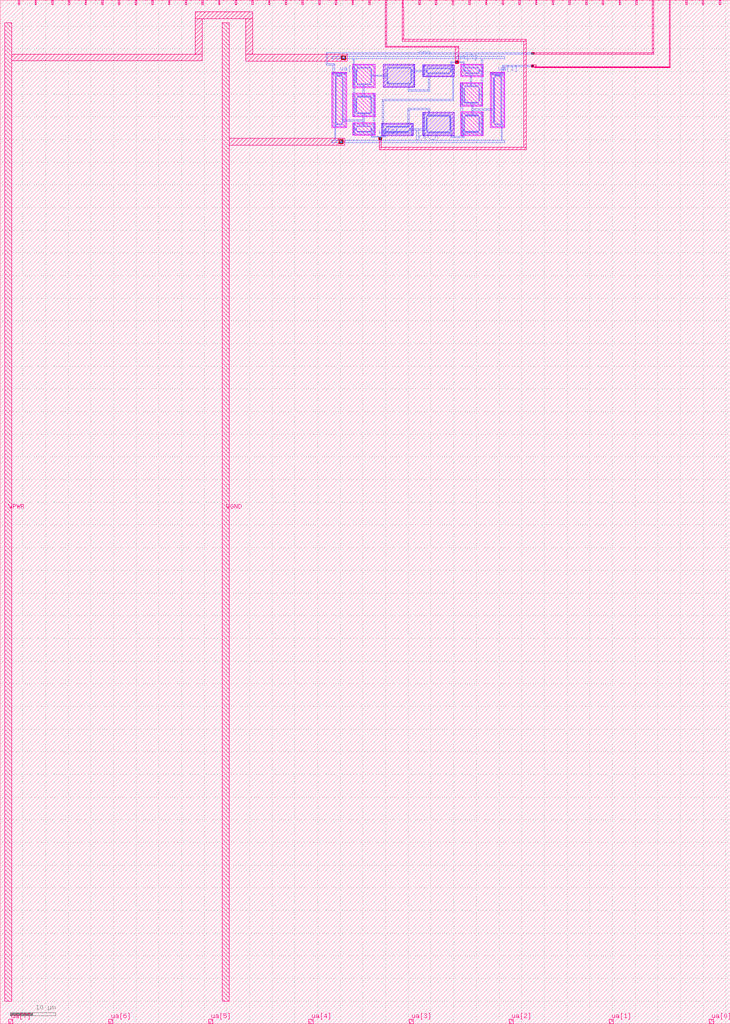
<source format=lef>
VERSION 5.7 ;
  NOWIREEXTENSIONATPIN ON ;
  DIVIDERCHAR "/" ;
  BUSBITCHARS "[]" ;
MACRO comp
  CLASS BLOCK ;
  FOREIGN comp ;
  ORIGIN 0.000 0.000 ;
  SIZE 161.000 BY 225.760 ;
  PIN clk
    DIRECTION INPUT ;
    USE SIGNAL ;
    PORT
      LAYER met4 ;
        RECT 154.870 224.760 155.170 225.760 ;
    END
  END clk
  PIN ena
    DIRECTION INPUT ;
    USE SIGNAL ;
    PORT
      LAYER met4 ;
        RECT 158.550 224.760 158.850 225.760 ;
    END
    PORT
      LAYER met1 ;
        RECT 73.160 212.800 111.310 213.330 ;
    END
  END ena
  PIN rst_n
    DIRECTION INPUT ;
    USE SIGNAL ;
    PORT
      LAYER met4 ;
        RECT 151.190 224.760 151.490 225.760 ;
    END
    PORT
      LAYER met1 ;
        RECT 73.160 194.300 111.310 194.830 ;
    END
  END rst_n
  PIN ua[0]
    DIRECTION INOUT ;
    USE SIGNAL ;
    PORT
      LAYER met4 ;
        RECT 156.410 0.000 157.310 1.000 ;
    END
    PORT
      LAYER met1 ;
        RECT 73.240 209.370 76.290 209.740 ;
    END
  END ua[0]
  PIN ua[1]
    DIRECTION INOUT ;
    USE SIGNAL ;
    PORT
      LAYER met4 ;
        RECT 134.330 0.000 135.230 1.000 ;
    END
    PORT
      LAYER met1 ;
        RECT 108.160 209.350 111.210 209.710 ;
    END
  END ua[1]
  PIN ua[2]
    DIRECTION INOUT ;
    USE SIGNAL ;
    PORT
      LAYER met4 ;
        RECT 112.250 0.000 113.150 1.000 ;
    END
    PORT
      LAYER met1 ;
        RECT 81.810 195.480 85.000 195.740 ;
    END
  END ua[2]
  PIN ua[3]
    DIRECTION INOUT ;
    USE SIGNAL ;
    PORT
      LAYER met4 ;
        RECT 90.170 0.000 91.070 1.000 ;
    END
    PORT
      LAYER met1 ;
        RECT 99.310 211.980 102.370 212.170 ;
    END
  END ua[3]
  PIN ua[4]
    DIRECTION INOUT ;
    USE SIGNAL ;
    PORT
      LAYER met4 ;
        RECT 68.090 0.000 68.990 1.000 ;
    END
  END ua[4]
  PIN ua[5]
    DIRECTION INOUT ;
    USE SIGNAL ;
    PORT
      LAYER met4 ;
        RECT 46.010 0.000 46.910 1.000 ;
    END
  END ua[5]
  PIN ua[6]
    DIRECTION INOUT ;
    USE SIGNAL ;
    PORT
      LAYER met4 ;
        RECT 23.930 0.000 24.830 1.000 ;
    END
  END ua[6]
  PIN ua[7]
    DIRECTION INOUT ;
    USE SIGNAL ;
    PORT
      LAYER met4 ;
        RECT 1.850 0.000 2.750 1.000 ;
    END
  END ua[7]
  PIN ui_in[0]
    DIRECTION INPUT ;
    USE SIGNAL ;
    PORT
      LAYER met4 ;
        RECT 147.510 224.760 147.810 225.760 ;
    END
  END ui_in[0]
  PIN ui_in[1]
    DIRECTION INPUT ;
    USE SIGNAL ;
    PORT
      LAYER met4 ;
        RECT 143.830 224.760 144.130 225.760 ;
    END
  END ui_in[1]
  PIN ui_in[2]
    DIRECTION INPUT ;
    USE SIGNAL ;
    PORT
      LAYER met4 ;
        RECT 140.150 224.760 140.450 225.760 ;
    END
  END ui_in[2]
  PIN ui_in[3]
    DIRECTION INPUT ;
    USE SIGNAL ;
    PORT
      LAYER met4 ;
        RECT 136.470 224.760 136.770 225.760 ;
    END
  END ui_in[3]
  PIN ui_in[4]
    DIRECTION INPUT ;
    USE SIGNAL ;
    PORT
      LAYER met4 ;
        RECT 132.790 224.760 133.090 225.760 ;
    END
  END ui_in[4]
  PIN ui_in[5]
    DIRECTION INPUT ;
    USE SIGNAL ;
    PORT
      LAYER met4 ;
        RECT 129.110 224.760 129.410 225.760 ;
    END
  END ui_in[5]
  PIN ui_in[6]
    DIRECTION INPUT ;
    USE SIGNAL ;
    PORT
      LAYER met4 ;
        RECT 125.430 224.760 125.730 225.760 ;
    END
  END ui_in[6]
  PIN ui_in[7]
    DIRECTION INPUT ;
    USE SIGNAL ;
    PORT
      LAYER met4 ;
        RECT 121.750 224.760 122.050 225.760 ;
    END
  END ui_in[7]
  PIN uio_in[0]
    DIRECTION INPUT ;
    USE SIGNAL ;
    PORT
      LAYER met4 ;
        RECT 118.070 224.760 118.370 225.760 ;
    END
  END uio_in[0]
  PIN uio_in[1]
    DIRECTION INPUT ;
    USE SIGNAL ;
    PORT
      LAYER met4 ;
        RECT 114.390 224.760 114.690 225.760 ;
    END
  END uio_in[1]
  PIN uio_in[2]
    DIRECTION INPUT ;
    USE SIGNAL ;
    PORT
      LAYER met4 ;
        RECT 110.710 224.760 111.010 225.760 ;
    END
  END uio_in[2]
  PIN uio_in[3]
    DIRECTION INPUT ;
    USE SIGNAL ;
    PORT
      LAYER met4 ;
        RECT 107.030 224.760 107.330 225.760 ;
    END
  END uio_in[3]
  PIN uio_in[4]
    DIRECTION INPUT ;
    USE SIGNAL ;
    PORT
      LAYER met4 ;
        RECT 103.350 224.760 103.650 225.760 ;
    END
  END uio_in[4]
  PIN uio_in[5]
    DIRECTION INPUT ;
    USE SIGNAL ;
    PORT
      LAYER met4 ;
        RECT 99.670 224.760 99.970 225.760 ;
    END
  END uio_in[5]
  PIN uio_in[6]
    DIRECTION INPUT ;
    USE SIGNAL ;
    PORT
      LAYER met4 ;
        RECT 95.990 224.760 96.290 225.760 ;
    END
  END uio_in[6]
  PIN uio_in[7]
    DIRECTION INPUT ;
    USE SIGNAL ;
    PORT
      LAYER met4 ;
        RECT 92.310 224.760 92.610 225.760 ;
    END
  END uio_in[7]
  PIN uio_oe[0]
    DIRECTION OUTPUT TRISTATE ;
    USE SIGNAL ;
    PORT
      LAYER met4 ;
        RECT 29.750 224.760 30.050 225.760 ;
    END
  END uio_oe[0]
  PIN uio_oe[1]
    DIRECTION OUTPUT TRISTATE ;
    USE SIGNAL ;
    PORT
      LAYER met4 ;
        RECT 26.070 224.760 26.370 225.760 ;
    END
  END uio_oe[1]
  PIN uio_oe[2]
    DIRECTION OUTPUT TRISTATE ;
    USE SIGNAL ;
    PORT
      LAYER met4 ;
        RECT 22.390 224.760 22.690 225.760 ;
    END
  END uio_oe[2]
  PIN uio_oe[3]
    DIRECTION OUTPUT TRISTATE ;
    USE SIGNAL ;
    PORT
      LAYER met4 ;
        RECT 18.710 224.760 19.010 225.760 ;
    END
  END uio_oe[3]
  PIN uio_oe[4]
    DIRECTION OUTPUT TRISTATE ;
    USE SIGNAL ;
    PORT
      LAYER met4 ;
        RECT 15.030 224.760 15.330 225.760 ;
    END
  END uio_oe[4]
  PIN uio_oe[5]
    DIRECTION OUTPUT TRISTATE ;
    USE SIGNAL ;
    PORT
      LAYER met4 ;
        RECT 11.350 224.760 11.650 225.760 ;
    END
  END uio_oe[5]
  PIN uio_oe[6]
    DIRECTION OUTPUT TRISTATE ;
    USE SIGNAL ;
    PORT
      LAYER met4 ;
        RECT 7.670 224.760 7.970 225.760 ;
    END
  END uio_oe[6]
  PIN uio_oe[7]
    DIRECTION OUTPUT TRISTATE ;
    USE SIGNAL ;
    PORT
      LAYER met4 ;
        RECT 3.990 224.760 4.290 225.760 ;
    END
  END uio_oe[7]
  PIN uio_out[0]
    DIRECTION OUTPUT TRISTATE ;
    USE SIGNAL ;
    PORT
      LAYER met4 ;
        RECT 59.190 224.760 59.490 225.760 ;
    END
  END uio_out[0]
  PIN uio_out[1]
    DIRECTION OUTPUT TRISTATE ;
    USE SIGNAL ;
    PORT
      LAYER met4 ;
        RECT 55.510 224.760 55.810 225.760 ;
    END
  END uio_out[1]
  PIN uio_out[2]
    DIRECTION OUTPUT TRISTATE ;
    USE SIGNAL ;
    PORT
      LAYER met4 ;
        RECT 51.830 224.760 52.130 225.760 ;
    END
  END uio_out[2]
  PIN uio_out[3]
    DIRECTION OUTPUT TRISTATE ;
    USE SIGNAL ;
    PORT
      LAYER met4 ;
        RECT 48.150 224.760 48.450 225.760 ;
    END
  END uio_out[3]
  PIN uio_out[4]
    DIRECTION OUTPUT TRISTATE ;
    USE SIGNAL ;
    PORT
      LAYER met4 ;
        RECT 44.470 224.760 44.770 225.760 ;
    END
  END uio_out[4]
  PIN uio_out[5]
    DIRECTION OUTPUT TRISTATE ;
    USE SIGNAL ;
    PORT
      LAYER met4 ;
        RECT 40.790 224.760 41.090 225.760 ;
    END
  END uio_out[5]
  PIN uio_out[6]
    DIRECTION OUTPUT TRISTATE ;
    USE SIGNAL ;
    PORT
      LAYER met4 ;
        RECT 37.110 224.760 37.410 225.760 ;
    END
  END uio_out[6]
  PIN uio_out[7]
    DIRECTION OUTPUT TRISTATE ;
    USE SIGNAL ;
    PORT
      LAYER met4 ;
        RECT 33.430 224.760 33.730 225.760 ;
    END
  END uio_out[7]
  PIN uo_out[0]
    DIRECTION OUTPUT TRISTATE ;
    USE SIGNAL ;
    PORT
      LAYER met4 ;
        RECT 88.630 224.760 88.930 225.760 ;
    END
  END uo_out[0]
  PIN uo_out[1]
    DIRECTION OUTPUT TRISTATE ;
    USE SIGNAL ;
    PORT
      LAYER met4 ;
        RECT 84.950 224.760 85.250 225.760 ;
    END
  END uo_out[1]
  PIN uo_out[2]
    DIRECTION OUTPUT TRISTATE ;
    USE SIGNAL ;
    PORT
      LAYER met4 ;
        RECT 81.270 224.760 81.570 225.760 ;
    END
  END uo_out[2]
  PIN uo_out[3]
    DIRECTION OUTPUT TRISTATE ;
    USE SIGNAL ;
    PORT
      LAYER met4 ;
        RECT 77.590 224.760 77.890 225.760 ;
    END
  END uo_out[3]
  PIN uo_out[4]
    DIRECTION OUTPUT TRISTATE ;
    USE SIGNAL ;
    PORT
      LAYER met4 ;
        RECT 73.910 224.760 74.210 225.760 ;
    END
  END uo_out[4]
  PIN uo_out[5]
    DIRECTION OUTPUT TRISTATE ;
    USE SIGNAL ;
    PORT
      LAYER met4 ;
        RECT 70.230 224.760 70.530 225.760 ;
    END
  END uo_out[5]
  PIN uo_out[6]
    DIRECTION OUTPUT TRISTATE ;
    USE SIGNAL ;
    PORT
      LAYER met4 ;
        RECT 66.550 224.760 66.850 225.760 ;
    END
  END uo_out[6]
  PIN uo_out[7]
    DIRECTION OUTPUT TRISTATE ;
    USE SIGNAL ;
    PORT
      LAYER met4 ;
        RECT 62.870 224.760 63.170 225.760 ;
    END
  END uo_out[7]
  PIN VPWR
    DIRECTION INOUT ;
    USE POWER ;
    PORT
      LAYER met4 ;
        RECT 1.000 5.000 2.500 220.760 ;
    END
  END VPWR
  PIN VGND
    DIRECTION INOUT ;
    USE GROUND ;
    PORT
      LAYER met4 ;
        RECT 49.000 5.000 50.500 220.760 ;
    END
  END VGND
  OBS
      LAYER nwell ;
        RECT 73.120 197.630 76.380 209.820 ;
        RECT 77.710 206.450 82.670 211.640 ;
      LAYER pwell ;
        RECT 84.510 206.520 91.470 211.620 ;
        RECT 93.200 208.830 100.160 211.500 ;
      LAYER nwell ;
        RECT 101.520 208.850 106.480 211.640 ;
        RECT 77.715 199.985 82.675 205.175 ;
        RECT 101.500 202.370 106.460 207.560 ;
        RECT 77.700 195.910 82.660 198.700 ;
      LAYER pwell ;
        RECT 84.160 195.900 91.120 198.570 ;
        RECT 93.180 195.890 100.140 200.990 ;
      LAYER nwell ;
        RECT 101.510 195.900 106.470 201.090 ;
        RECT 108.060 197.630 111.320 209.820 ;
      LAYER li1 ;
        RECT 77.890 211.290 82.490 211.460 ;
        RECT 77.890 210.980 78.060 211.290 ;
        RECT 73.780 209.640 75.720 209.660 ;
        RECT 73.300 209.470 76.200 209.640 ;
        RECT 73.300 197.980 73.470 209.470 ;
        RECT 73.780 209.440 75.720 209.470 ;
        RECT 74.100 208.960 75.400 209.130 ;
        RECT 73.870 198.705 74.040 208.745 ;
        RECT 75.460 198.705 75.630 208.745 ;
        RECT 74.100 198.320 75.400 198.490 ;
        RECT 76.030 197.980 76.200 209.470 ;
        RECT 77.860 207.110 78.080 210.980 ;
        RECT 78.690 210.780 81.690 210.950 ;
        RECT 78.460 207.525 78.630 210.565 ;
        RECT 81.750 207.525 81.920 210.565 ;
        RECT 78.690 207.140 81.690 207.310 ;
        RECT 77.890 206.800 78.060 207.110 ;
        RECT 82.320 206.800 82.490 211.290 ;
        RECT 77.890 206.630 82.490 206.800 ;
        RECT 84.690 211.270 91.290 211.440 ;
        RECT 84.690 206.870 84.860 211.270 ;
        RECT 91.120 210.960 91.290 211.270 ;
        RECT 93.380 211.150 99.980 211.320 ;
        RECT 85.490 210.760 90.490 210.930 ;
        RECT 85.260 207.550 85.430 210.590 ;
        RECT 90.550 207.550 90.720 210.590 ;
        RECT 85.490 207.210 90.490 207.380 ;
        RECT 91.090 207.180 91.320 210.960 ;
        RECT 93.380 210.840 93.550 211.150 ;
        RECT 99.810 210.840 99.980 211.150 ;
        RECT 101.700 211.290 106.300 211.460 ;
        RECT 93.350 209.490 93.570 210.840 ;
        RECT 94.180 210.640 99.180 210.810 ;
        RECT 93.950 209.860 94.120 210.470 ;
        RECT 99.240 209.860 99.410 210.470 ;
        RECT 94.180 209.520 99.180 209.690 ;
        RECT 99.780 209.490 100.020 210.840 ;
        RECT 93.380 209.180 93.550 209.490 ;
        RECT 99.810 209.180 99.980 209.490 ;
        RECT 93.380 209.010 99.980 209.180 ;
        RECT 101.700 209.200 101.870 211.290 ;
        RECT 106.130 210.980 106.300 211.290 ;
        RECT 102.500 210.780 105.500 210.950 ;
        RECT 102.270 209.925 102.440 210.565 ;
        RECT 105.560 209.925 105.730 210.565 ;
        RECT 102.500 209.540 105.500 209.710 ;
        RECT 106.100 209.510 106.330 210.980 ;
        RECT 108.720 209.640 110.660 209.660 ;
        RECT 106.130 209.200 106.300 209.510 ;
        RECT 101.700 209.030 106.300 209.200 ;
        RECT 108.240 209.470 111.140 209.640 ;
        RECT 101.680 207.210 106.280 207.380 ;
        RECT 91.120 206.870 91.290 207.180 ;
        RECT 101.680 206.900 101.850 207.210 ;
        RECT 106.110 206.900 106.280 207.210 ;
        RECT 84.690 206.700 91.290 206.870 ;
        RECT 77.895 204.825 82.495 204.995 ;
        RECT 77.895 204.520 78.065 204.825 ;
        RECT 82.325 204.520 82.495 204.825 ;
        RECT 77.870 200.640 78.090 204.520 ;
        RECT 78.695 204.315 81.695 204.485 ;
        RECT 78.465 201.060 78.635 204.100 ;
        RECT 81.755 201.060 81.925 204.100 ;
        RECT 78.695 200.675 81.695 200.845 ;
        RECT 82.310 200.640 82.520 204.520 ;
        RECT 101.650 203.030 101.880 206.900 ;
        RECT 102.480 206.700 105.480 206.870 ;
        RECT 102.250 203.445 102.420 206.485 ;
        RECT 105.540 203.445 105.710 206.485 ;
        RECT 102.480 203.060 105.480 203.230 ;
        RECT 106.080 203.030 106.310 206.900 ;
        RECT 101.680 202.720 101.850 203.030 ;
        RECT 106.110 202.720 106.280 203.030 ;
        RECT 101.680 202.550 106.280 202.720 ;
        RECT 93.360 200.640 99.960 200.810 ;
        RECT 77.895 200.335 78.065 200.640 ;
        RECT 82.325 200.335 82.495 200.640 ;
        RECT 77.895 200.165 82.495 200.335 ;
        RECT 93.360 200.330 93.530 200.640 ;
        RECT 77.880 198.350 82.480 198.520 ;
        RECT 77.880 198.040 78.050 198.350 ;
        RECT 82.310 198.040 82.480 198.350 ;
        RECT 84.340 198.220 90.940 198.390 ;
        RECT 73.300 197.810 76.200 197.980 ;
        RECT 77.860 196.570 78.080 198.040 ;
        RECT 78.680 197.840 81.680 198.010 ;
        RECT 78.450 196.985 78.620 197.625 ;
        RECT 81.740 196.985 81.910 197.625 ;
        RECT 78.680 196.600 81.680 196.770 ;
        RECT 82.290 196.570 82.510 198.040 ;
        RECT 84.340 197.910 84.510 198.220 ;
        RECT 90.770 197.910 90.940 198.220 ;
        RECT 77.880 196.260 78.050 196.570 ;
        RECT 82.310 196.260 82.480 196.570 ;
        RECT 84.290 196.560 84.550 197.910 ;
        RECT 85.140 197.710 90.140 197.880 ;
        RECT 84.910 196.930 85.080 197.540 ;
        RECT 90.200 196.930 90.370 197.540 ;
        RECT 85.140 196.590 90.140 196.760 ;
        RECT 90.740 196.560 90.980 197.910 ;
        RECT 77.880 196.090 82.480 196.260 ;
        RECT 84.340 196.250 84.510 196.560 ;
        RECT 90.770 196.250 90.940 196.560 ;
        RECT 93.340 196.550 93.560 200.330 ;
        RECT 94.160 200.130 99.160 200.300 ;
        RECT 93.930 196.920 94.100 199.960 ;
        RECT 99.220 196.920 99.390 199.960 ;
        RECT 94.160 196.580 99.160 196.750 ;
        RECT 84.340 196.080 90.940 196.250 ;
        RECT 93.360 196.240 93.530 196.550 ;
        RECT 99.790 196.240 99.960 200.640 ;
        RECT 101.690 200.740 106.290 200.910 ;
        RECT 101.690 200.430 101.860 200.740 ;
        RECT 106.120 200.430 106.290 200.740 ;
        RECT 101.660 196.560 101.890 200.430 ;
        RECT 102.490 200.230 105.490 200.400 ;
        RECT 102.260 196.975 102.430 200.015 ;
        RECT 105.550 196.975 105.720 200.015 ;
        RECT 102.490 196.590 105.490 196.760 ;
        RECT 106.100 196.560 106.310 200.430 ;
        RECT 108.240 197.980 108.410 209.470 ;
        RECT 108.720 209.450 110.660 209.470 ;
        RECT 109.040 208.960 110.340 209.130 ;
        RECT 108.810 198.705 108.980 208.745 ;
        RECT 110.400 198.705 110.570 208.745 ;
        RECT 109.040 198.320 110.340 198.490 ;
        RECT 110.970 197.980 111.140 209.470 ;
        RECT 108.240 197.810 111.140 197.980 ;
        RECT 93.360 196.070 99.960 196.240 ;
        RECT 101.690 196.250 101.860 196.560 ;
        RECT 106.120 196.250 106.290 196.560 ;
        RECT 101.690 196.080 106.290 196.250 ;
      LAYER mcon ;
        RECT 74.180 208.960 75.320 209.130 ;
        RECT 73.870 198.785 74.040 208.665 ;
        RECT 75.460 198.785 75.630 208.665 ;
        RECT 74.180 198.320 75.320 198.490 ;
        RECT 77.860 207.110 78.080 210.980 ;
        RECT 78.770 210.780 81.610 210.950 ;
        RECT 78.460 207.605 78.630 210.485 ;
        RECT 81.750 207.605 81.920 210.485 ;
        RECT 78.770 207.140 81.610 207.310 ;
        RECT 85.570 210.760 90.410 210.930 ;
        RECT 85.260 207.630 85.430 210.510 ;
        RECT 90.550 207.630 90.720 210.510 ;
        RECT 85.570 207.210 90.410 207.380 ;
        RECT 91.090 207.180 91.320 210.960 ;
        RECT 93.350 209.490 93.570 210.840 ;
        RECT 94.260 210.640 99.100 210.810 ;
        RECT 93.950 209.940 94.120 210.390 ;
        RECT 99.240 209.940 99.410 210.390 ;
        RECT 94.260 209.520 99.100 209.690 ;
        RECT 99.780 209.490 100.020 210.840 ;
        RECT 102.580 210.780 105.420 210.950 ;
        RECT 102.270 210.005 102.440 210.485 ;
        RECT 105.560 210.005 105.730 210.485 ;
        RECT 102.580 209.540 105.420 209.710 ;
        RECT 106.100 209.510 106.330 210.980 ;
        RECT 78.775 204.315 81.615 204.485 ;
        RECT 78.465 201.140 78.635 204.020 ;
        RECT 81.755 201.140 81.925 204.020 ;
        RECT 78.775 200.675 81.615 200.845 ;
        RECT 101.650 203.030 101.880 206.900 ;
        RECT 102.560 206.700 105.400 206.870 ;
        RECT 102.250 203.525 102.420 206.405 ;
        RECT 105.540 203.525 105.710 206.405 ;
        RECT 102.560 203.060 105.400 203.230 ;
        RECT 106.080 203.030 106.310 206.900 ;
        RECT 77.860 196.570 78.080 198.040 ;
        RECT 78.760 197.840 81.600 198.010 ;
        RECT 78.450 197.065 78.620 197.545 ;
        RECT 81.740 197.065 81.910 197.545 ;
        RECT 78.760 196.600 81.600 196.770 ;
        RECT 82.290 196.570 82.510 198.040 ;
        RECT 84.290 196.560 84.550 197.910 ;
        RECT 85.220 197.710 90.060 197.880 ;
        RECT 84.910 197.010 85.080 197.460 ;
        RECT 90.200 197.010 90.370 197.460 ;
        RECT 85.220 196.590 90.060 196.760 ;
        RECT 90.740 196.560 90.980 197.910 ;
        RECT 93.340 196.550 93.560 200.330 ;
        RECT 94.240 200.130 99.080 200.300 ;
        RECT 93.930 197.000 94.100 199.880 ;
        RECT 99.220 197.000 99.390 199.880 ;
        RECT 94.240 196.580 99.080 196.750 ;
        RECT 101.660 196.560 101.890 200.430 ;
        RECT 102.570 200.230 105.410 200.400 ;
        RECT 102.260 197.055 102.430 199.935 ;
        RECT 105.550 197.055 105.720 199.935 ;
        RECT 102.570 196.590 105.410 196.760 ;
        RECT 106.100 196.560 106.310 200.430 ;
        RECT 109.120 208.960 110.260 209.130 ;
        RECT 108.810 198.785 108.980 208.665 ;
        RECT 110.400 198.785 110.570 208.665 ;
        RECT 109.120 198.320 110.260 198.490 ;
      LAYER met1 ;
        RECT 71.865 213.835 117.645 214.205 ;
        RECT 71.865 211.725 72.235 213.835 ;
        RECT 71.865 211.355 73.735 211.725 ;
        RECT 77.860 211.520 78.100 212.800 ;
        RECT 100.480 212.170 100.950 212.310 ;
        RECT 73.365 209.740 73.735 211.355 ;
        RECT 77.800 209.170 78.150 211.520 ;
        RECT 78.710 210.750 81.670 210.980 ;
        RECT 85.510 210.730 90.470 210.960 ;
        RECT 78.430 209.170 78.660 210.545 ;
        RECT 74.120 209.140 75.380 209.160 ;
        RECT 73.860 208.930 75.380 209.140 ;
        RECT 77.800 208.940 78.660 209.170 ;
        RECT 73.860 208.725 74.160 208.930 ;
        RECT 73.840 208.700 74.160 208.725 ;
        RECT 73.840 198.880 74.070 208.700 ;
        RECT 73.770 198.725 74.070 198.880 ;
        RECT 75.430 199.350 75.660 208.725 ;
        RECT 77.800 202.670 78.150 208.940 ;
        RECT 78.430 207.545 78.660 208.940 ;
        RECT 81.720 209.230 81.950 210.545 ;
        RECT 85.230 209.230 85.460 210.570 ;
        RECT 81.720 208.970 85.460 209.230 ;
        RECT 81.720 207.545 81.950 208.970 ;
        RECT 85.230 207.790 85.460 208.970 ;
        RECT 90.520 210.260 90.750 210.570 ;
        RECT 91.050 210.260 91.400 211.540 ;
        RECT 93.290 210.260 93.640 211.400 ;
        RECT 94.200 210.610 99.160 210.840 ;
        RECT 99.310 210.450 99.530 211.980 ;
        RECT 100.480 211.890 100.950 211.980 ;
        RECT 93.920 210.260 94.150 210.450 ;
        RECT 90.520 209.950 94.150 210.260 ;
        RECT 85.230 207.570 85.660 207.790 ;
        RECT 90.520 207.570 90.750 209.950 ;
        RECT 85.320 207.410 85.660 207.570 ;
        RECT 78.710 207.110 81.670 207.340 ;
        RECT 85.320 207.190 90.470 207.410 ;
        RECT 85.510 207.180 90.470 207.190 ;
        RECT 79.980 204.515 80.280 207.110 ;
        RECT 89.940 205.990 90.280 207.180 ;
        RECT 91.050 206.640 91.400 209.950 ;
        RECT 93.290 208.940 93.640 209.950 ;
        RECT 93.920 209.880 94.150 209.950 ;
        RECT 99.210 210.360 99.530 210.450 ;
        RECT 99.210 209.880 99.440 210.360 ;
        RECT 94.380 209.720 94.740 209.750 ;
        RECT 94.200 209.490 99.160 209.720 ;
        RECT 94.380 205.990 94.740 209.490 ;
        RECT 99.720 208.930 100.100 211.410 ;
        RECT 102.150 210.545 102.370 211.980 ;
        RECT 106.130 211.540 106.370 212.800 ;
        RECT 102.520 210.750 105.480 210.980 ;
        RECT 102.150 210.360 102.470 210.545 ;
        RECT 102.240 210.260 102.470 210.360 ;
        RECT 105.530 210.310 105.760 210.545 ;
        RECT 106.040 210.310 106.410 211.540 ;
        RECT 102.240 210.000 103.780 210.260 ;
        RECT 105.530 210.100 106.410 210.310 ;
        RECT 102.240 209.945 102.470 210.000 ;
        RECT 105.530 209.945 105.760 210.100 ;
        RECT 102.520 209.510 105.480 209.740 ;
        RECT 89.940 205.620 94.740 205.990 ;
        RECT 89.940 205.610 90.280 205.620 ;
        RECT 78.715 204.500 81.675 204.515 ;
        RECT 78.715 204.285 81.940 204.500 ;
        RECT 81.610 204.080 81.940 204.285 ;
        RECT 78.435 202.670 78.665 204.080 ;
        RECT 81.610 203.840 81.955 204.080 ;
        RECT 77.800 202.450 78.665 202.670 ;
        RECT 77.800 200.110 78.150 202.450 ;
        RECT 78.435 201.080 78.665 202.450 ;
        RECT 81.725 201.080 81.955 203.840 ;
        RECT 78.715 200.645 81.675 200.875 ;
        RECT 79.980 199.350 80.280 200.645 ;
        RECT 75.430 199.090 80.280 199.350 ;
        RECT 75.430 198.725 75.660 199.090 ;
        RECT 73.770 194.830 73.970 198.725 ;
        RECT 74.120 198.290 75.380 198.520 ;
        RECT 77.800 197.410 78.150 198.570 ;
        RECT 79.980 198.040 80.280 199.090 ;
        RECT 78.700 197.810 81.660 198.040 ;
        RECT 78.420 197.410 78.650 197.605 ;
        RECT 77.800 197.200 78.650 197.410 ;
        RECT 77.800 196.050 78.150 197.200 ;
        RECT 78.420 197.005 78.650 197.200 ;
        RECT 81.710 197.310 81.940 197.605 ;
        RECT 81.710 197.005 82.050 197.310 ;
        RECT 78.700 196.570 81.660 196.800 ;
        RECT 81.810 195.740 82.050 197.005 ;
        RECT 82.250 196.000 82.570 205.110 ;
        RECT 99.770 203.920 100.040 208.930 ;
        RECT 84.260 203.580 100.040 203.920 ;
        RECT 84.260 198.470 84.580 203.580 ;
        RECT 89.880 201.540 94.680 201.910 ;
        RECT 84.210 196.010 84.600 198.470 ;
        RECT 89.880 197.910 90.240 201.540 ;
        RECT 85.160 197.780 90.240 197.910 ;
        RECT 85.160 197.680 90.120 197.780 ;
        RECT 84.880 197.310 85.110 197.520 ;
        RECT 84.760 196.950 85.110 197.310 ;
        RECT 90.170 197.420 90.400 197.520 ;
        RECT 90.700 197.420 91.070 198.470 ;
        RECT 93.280 197.420 93.600 200.920 ;
        RECT 94.340 200.330 94.680 201.540 ;
        RECT 94.180 200.320 99.140 200.330 ;
        RECT 94.180 200.100 99.380 200.320 ;
        RECT 99.040 199.940 99.380 200.100 ;
        RECT 93.900 197.420 94.130 199.940 ;
        RECT 99.040 199.830 99.420 199.940 ;
        RECT 90.170 197.110 94.130 197.420 ;
        RECT 90.170 196.950 90.400 197.110 ;
        RECT 84.760 195.740 85.000 196.950 ;
        RECT 85.160 196.560 90.120 196.790 ;
        RECT 90.700 196.000 91.070 197.110 ;
        RECT 83.570 195.090 83.990 195.480 ;
        RECT 91.800 194.830 92.260 197.110 ;
        RECT 93.280 196.010 93.600 197.110 ;
        RECT 93.900 196.940 94.130 197.110 ;
        RECT 99.190 197.190 99.420 199.830 ;
        RECT 99.190 196.940 99.600 197.190 ;
        RECT 94.180 196.550 99.140 196.780 ;
        RECT 99.380 195.720 99.600 196.940 ;
        RECT 101.600 196.000 101.960 207.480 ;
        RECT 103.690 206.900 103.990 209.510 ;
        RECT 102.500 206.670 105.460 206.900 ;
        RECT 102.220 203.740 102.450 206.465 ;
        RECT 105.510 205.040 105.740 206.465 ;
        RECT 106.040 205.040 106.410 210.100 ;
        RECT 110.660 211.030 117.540 211.390 ;
        RECT 110.660 209.710 111.020 211.030 ;
        RECT 109.060 209.110 110.320 209.160 ;
        RECT 109.060 208.930 110.590 209.110 ;
        RECT 110.290 208.725 110.590 208.930 ;
        RECT 105.510 204.840 106.410 205.040 ;
        RECT 102.220 203.465 102.590 203.740 ;
        RECT 105.510 203.465 105.740 204.840 ;
        RECT 102.260 203.260 102.590 203.465 ;
        RECT 102.260 203.080 105.460 203.260 ;
        RECT 102.500 203.030 105.460 203.080 ;
        RECT 104.040 201.760 104.340 203.030 ;
        RECT 106.040 202.460 106.410 204.840 ;
        RECT 108.780 201.760 109.010 208.725 ;
        RECT 110.290 208.670 110.600 208.725 ;
        RECT 104.040 201.500 109.010 201.760 ;
        RECT 104.040 200.430 104.340 201.500 ;
        RECT 102.510 200.200 105.470 200.430 ;
        RECT 102.230 197.190 102.460 199.995 ;
        RECT 102.140 196.995 102.460 197.190 ;
        RECT 105.520 198.590 105.750 199.995 ;
        RECT 106.050 198.590 106.390 200.990 ;
        RECT 108.780 198.725 109.010 201.500 ;
        RECT 110.370 198.890 110.600 208.670 ;
        RECT 110.370 198.725 110.690 198.890 ;
        RECT 105.520 198.390 106.390 198.590 ;
        RECT 105.520 196.995 105.750 198.390 ;
        RECT 102.140 195.720 102.360 196.995 ;
        RECT 102.510 196.560 105.470 196.790 ;
        RECT 106.050 195.990 106.390 198.390 ;
        RECT 109.060 198.290 110.320 198.520 ;
        RECT 99.380 195.460 102.360 195.720 ;
        RECT 110.490 194.830 110.690 198.725 ;
      LAYER via ;
        RECT 117.350 213.890 117.610 214.150 ;
        RECT 100.570 212.170 100.830 212.220 ;
        RECT 100.570 211.950 100.830 211.980 ;
        RECT 83.650 195.130 83.910 195.390 ;
        RECT 117.220 211.080 117.480 211.340 ;
      LAYER met2 ;
        RECT 117.240 213.810 117.700 214.230 ;
        RECT 75.300 212.690 76.090 213.460 ;
        RECT 100.440 211.850 101.000 212.340 ;
        RECT 117.160 211.030 117.570 211.410 ;
        RECT 83.540 195.040 84.060 195.510 ;
        RECT 74.790 194.170 75.580 194.940 ;
      LAYER via2 ;
        RECT 117.300 213.880 117.610 214.170 ;
        RECT 75.420 212.810 76.000 213.360 ;
        RECT 100.520 211.920 100.890 212.260 ;
        RECT 117.220 211.080 117.500 211.360 ;
        RECT 83.590 195.100 83.990 195.470 ;
        RECT 74.880 194.300 75.480 194.830 ;
      LAYER met3 ;
        RECT 117.200 213.780 117.760 214.310 ;
        RECT 75.220 212.610 76.180 213.530 ;
        RECT 100.400 211.810 101.050 212.370 ;
        RECT 117.090 210.940 117.610 211.470 ;
        RECT 74.700 194.070 75.680 195.020 ;
        RECT 83.500 194.910 84.090 195.550 ;
      LAYER via3 ;
        RECT 117.260 213.860 117.630 214.190 ;
        RECT 75.370 212.750 76.040 213.400 ;
        RECT 100.500 211.900 100.920 212.280 ;
        RECT 117.180 211.050 117.520 211.400 ;
        RECT 83.590 194.970 84.010 195.390 ;
        RECT 74.850 194.230 75.520 194.870 ;
      LAYER met4 ;
        RECT 43.030 221.660 55.670 223.160 ;
        RECT 43.030 213.850 44.530 221.660 ;
        RECT 2.500 212.350 44.530 213.850 ;
        RECT 54.170 213.830 55.670 221.660 ;
        RECT 84.950 215.610 85.250 224.760 ;
        RECT 88.630 224.160 88.930 224.760 ;
        RECT 88.630 217.110 88.950 224.160 ;
        RECT 88.620 217.100 115.960 217.110 ;
        RECT 88.620 216.690 115.970 217.100 ;
        RECT 84.950 215.310 101.080 215.610 ;
        RECT 54.170 212.330 76.490 213.830 ;
        RECT 100.340 211.720 101.080 215.310 ;
        RECT 50.500 193.750 75.990 195.250 ;
        RECT 83.535 193.260 84.065 195.455 ;
        RECT 115.420 193.260 115.970 216.690 ;
        RECT 117.210 214.140 117.760 214.210 ;
        RECT 143.830 214.140 144.130 224.760 ;
        RECT 117.210 213.840 144.130 214.140 ;
        RECT 117.120 211.110 118.220 211.460 ;
        RECT 147.510 211.110 147.810 224.760 ;
        RECT 117.120 210.960 147.810 211.110 ;
        RECT 117.920 210.810 147.810 210.960 ;
        RECT 83.535 192.730 115.970 193.260 ;
  END
END comp
END LIBRARY


</source>
